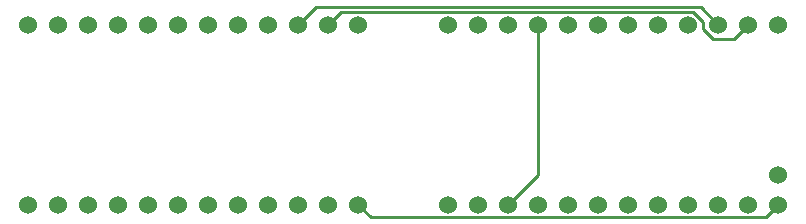
<source format=gbl>
G04 Layer: BottomLayer*
G04 EasyEDA v6.4.25, 2021-12-20T20:28:38+01:00*
G04 9adf3931234744f2be4d511116bedf97,b4a5f7d9b4444f23be71920c898e1340,10*
G04 Gerber Generator version 0.2*
G04 Scale: 100 percent, Rotated: No, Reflected: No *
G04 Dimensions in inches *
G04 leading zeros omitted , absolute positions ,3 integer and 6 decimal *
%FSLAX36Y36*%
%MOIN*%

%ADD10C,0.0100*%
%ADD12C,0.0600*%

%LPD*%
D10*
X1900000Y3700000D02*
G01*
X1900000Y3200000D01*
X1800000Y3100000D01*
X2500000Y3700000D02*
G01*
X2441149Y3758850D01*
X1158850Y3758850D01*
X1100000Y3700000D01*
X2600000Y3700000D02*
G01*
X2553969Y3653969D01*
X2481639Y3653969D01*
X2450000Y3685610D01*
X2450000Y3709439D01*
X2416700Y3742739D01*
X1242740Y3742739D01*
X1200000Y3700000D01*
X2700000Y3100000D02*
G01*
X2658599Y3058600D01*
X1341400Y3058600D01*
X1300000Y3100000D01*
D12*
G01*
X200000Y3700000D03*
G01*
X300000Y3700000D03*
G01*
X400000Y3700000D03*
G01*
X500000Y3700000D03*
G01*
X600000Y3700000D03*
G01*
X700000Y3700000D03*
G01*
X800000Y3700000D03*
G01*
X900000Y3700000D03*
G01*
X1000000Y3700000D03*
G01*
X1100000Y3700000D03*
G01*
X1200000Y3700000D03*
G01*
X1300000Y3700000D03*
G01*
X200000Y3100000D03*
G01*
X300000Y3100000D03*
G01*
X400000Y3100000D03*
G01*
X500000Y3100000D03*
G01*
X600000Y3100000D03*
G01*
X700000Y3100000D03*
G01*
X800000Y3100000D03*
G01*
X900000Y3100000D03*
G01*
X1000000Y3100000D03*
G01*
X1100000Y3100000D03*
G01*
X1200000Y3100000D03*
G01*
X1300000Y3100000D03*
G01*
X2700000Y3100000D03*
G01*
X2600000Y3100000D03*
G01*
X2500000Y3100000D03*
G01*
X2400000Y3100000D03*
G01*
X2300000Y3100000D03*
G01*
X2200000Y3100000D03*
G01*
X2100000Y3100000D03*
G01*
X2000000Y3100000D03*
G01*
X1900000Y3100000D03*
G01*
X1800000Y3100000D03*
G01*
X1700000Y3100000D03*
G01*
X1600000Y3100000D03*
G01*
X2700000Y3700000D03*
G01*
X2600000Y3700000D03*
G01*
X2500000Y3700000D03*
G01*
X2400000Y3700000D03*
G01*
X2300000Y3700000D03*
G01*
X2200000Y3700000D03*
G01*
X2100000Y3700000D03*
G01*
X2000000Y3700000D03*
G01*
X1900000Y3700000D03*
G01*
X1800000Y3700000D03*
G01*
X1700000Y3700000D03*
G01*
X1600000Y3700000D03*
G01*
X2700000Y3200000D03*
M02*

</source>
